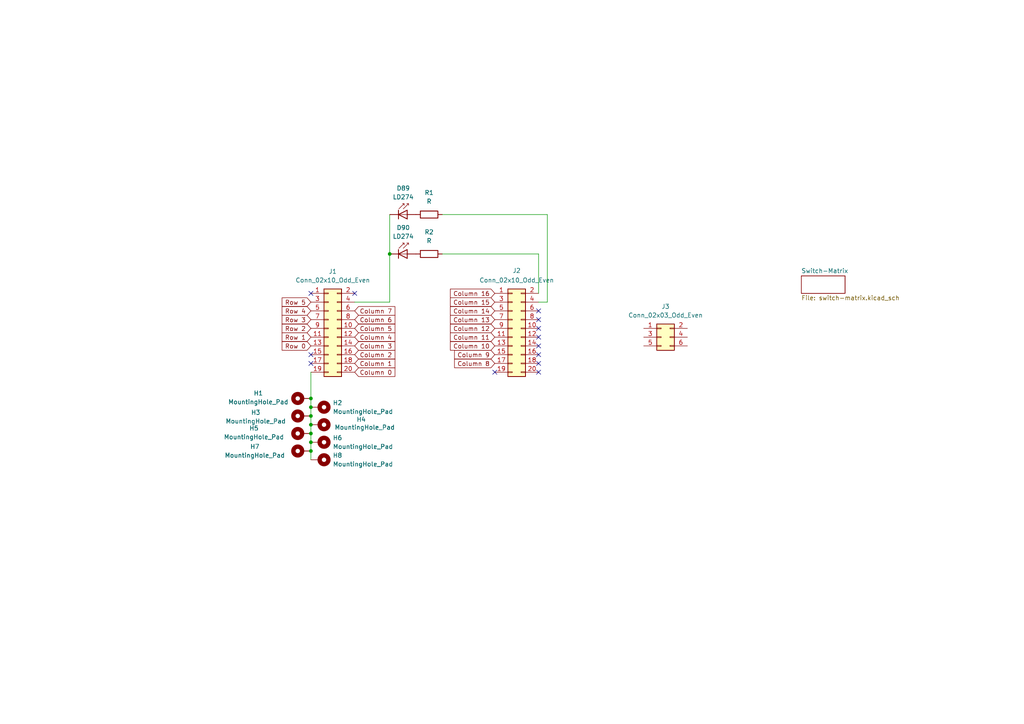
<source format=kicad_sch>
(kicad_sch (version 20231120) (generator "eeschema") (generator_version "8.0")
  (paper "A4")
  (lib_symbols
    (symbol "Connector_Generic:Conn_02x03_Odd_Even" (pin_names (offset 1.016) hide)
      (property "Reference" "J" (at 1.27 5.08 0))
      (property "Value" "Conn_02x03_Odd_Even" (at 1.27 -5.08 0))
      (symbol "Conn_02x03_Odd_Even_1_1"
        (rectangle (start -1.27 -2.413) (end 0 -2.667) (stroke (width 0.1524)))
        (rectangle (start -1.27 0.127) (end 0 -0.127) (stroke (width 0.1524)))
        (rectangle (start -1.27 2.667) (end 0 2.413) (stroke (width 0.1524)))
        (rectangle (start -1.27 3.81) (end 3.81 -3.81) (stroke (width 0.254)) (fill (type background)))
        (rectangle (start 3.81 -2.413) (end 2.54 -2.667) (stroke (width 0.1524)))
        (rectangle (start 3.81 0.127) (end 2.54 -0.127) (stroke (width 0.1524)))
        (rectangle (start 3.81 2.667) (end 2.54 2.413) (stroke (width 0.1524)))
        (pin passive line (at -5.08 2.54 0) (length 3.81) (name "Pin_1") (number "1"))
        (pin passive line (at 7.62 2.54 180) (length 3.81) (name "Pin_2") (number "2"))
        (pin passive line (at -5.08 0 0) (length 3.81) (name "Pin_3") (number "3"))
        (pin passive line (at 7.62 0 180) (length 3.81) (name "Pin_4") (number "4"))
        (pin passive line (at -5.08 -2.54 0) (length 3.81) (name "Pin_5") (number "5"))
        (pin passive line (at 7.62 -2.54 180) (length 3.81) (name "Pin_6") (number "6"))
      )
    )
    (symbol "Connector_Generic:Conn_02x10_Odd_Even" (pin_names (offset 1.016) hide)
      (property "Reference" "J" (at 1.27 12.7 0))
      (property "Value" "Conn_02x10_Odd_Even" (at 1.27 -15.24 0))
      (symbol "Conn_02x10_Odd_Even_1_1"
        (rectangle (start -1.27 -12.573) (end 0 -12.827) (stroke (width 0.1524)))
        (rectangle (start -1.27 -10.033) (end 0 -10.287) (stroke (width 0.1524)))
        (rectangle (start -1.27 -7.493) (end 0 -7.747) (stroke (width 0.1524)))
        (rectangle (start -1.27 -4.953) (end 0 -5.207) (stroke (width 0.1524)))
        (rectangle (start -1.27 -2.413) (end 0 -2.667) (stroke (width 0.1524)))
        (rectangle (start -1.27 0.127) (end 0 -0.127) (stroke (width 0.1524)))
        (rectangle (start -1.27 2.667) (end 0 2.413) (stroke (width 0.1524)))
        (rectangle (start -1.27 5.207) (end 0 4.953) (stroke (width 0.1524)))
        (rectangle (start -1.27 7.747) (end 0 7.493) (stroke (width 0.1524)))
        (rectangle (start -1.27 10.287) (end 0 10.033) (stroke (width 0.1524)))
        (rectangle (start -1.27 11.43) (end 3.81 -13.97) (stroke (width 0.254)) (fill (type background)))
        (rectangle (start 3.81 -12.573) (end 2.54 -12.827) (stroke (width 0.1524)))
        (rectangle (start 3.81 -10.033) (end 2.54 -10.287) (stroke (width 0.1524)))
        (rectangle (start 3.81 -7.493) (end 2.54 -7.747) (stroke (width 0.1524)))
        (rectangle (start 3.81 -4.953) (end 2.54 -5.207) (stroke (width 0.1524)))
        (rectangle (start 3.81 -2.413) (end 2.54 -2.667) (stroke (width 0.1524)))
        (rectangle (start 3.81 0.127) (end 2.54 -0.127) (stroke (width 0.1524)))
        (rectangle (start 3.81 2.667) (end 2.54 2.413) (stroke (width 0.1524)))
        (rectangle (start 3.81 5.207) (end 2.54 4.953) (stroke (width 0.1524)))
        (rectangle (start 3.81 7.747) (end 2.54 7.493) (stroke (width 0.1524)))
        (rectangle (start 3.81 10.287) (end 2.54 10.033) (stroke (width 0.1524)))
        (pin passive line (at -5.08 10.16 0) (length 3.81) (name "Pin_1") (number "1"))
        (pin passive line (at 7.62 0 180) (length 3.81) (name "Pin_10") (number "10"))
        (pin passive line (at -5.08 -2.54 0) (length 3.81) (name "Pin_11") (number "11"))
        (pin passive line (at 7.62 -2.54 180) (length 3.81) (name "Pin_12") (number "12"))
        (pin passive line (at -5.08 -5.08 0) (length 3.81) (name "Pin_13") (number "13"))
        (pin passive line (at 7.62 -5.08 180) (length 3.81) (name "Pin_14") (number "14"))
        (pin passive line (at -5.08 -7.62 0) (length 3.81) (name "Pin_15") (number "15"))
        (pin passive line (at 7.62 -7.62 180) (length 3.81) (name "Pin_16") (number "16"))
        (pin passive line (at -5.08 -10.16 0) (length 3.81) (name "Pin_17") (number "17"))
        (pin passive line (at 7.62 -10.16 180) (length 3.81) (name "Pin_18") (number "18"))
        (pin passive line (at -5.08 -12.7 0) (length 3.81) (name "Pin_19") (number "19"))
        (pin passive line (at 7.62 10.16 180) (length 3.81) (name "Pin_2") (number "2"))
        (pin passive line (at 7.62 -12.7 180) (length 3.81) (name "Pin_20") (number "20"))
        (pin passive line (at -5.08 7.62 0) (length 3.81) (name "Pin_3") (number "3"))
        (pin passive line (at 7.62 7.62 180) (length 3.81) (name "Pin_4") (number "4"))
        (pin passive line (at -5.08 5.08 0) (length 3.81) (name "Pin_5") (number "5"))
        (pin passive line (at 7.62 5.08 180) (length 3.81) (name "Pin_6") (number "6"))
        (pin passive line (at -5.08 2.54 0) (length 3.81) (name "Pin_7") (number "7"))
        (pin passive line (at 7.62 2.54 180) (length 3.81) (name "Pin_8") (number "8"))
        (pin passive line (at -5.08 0 0) (length 3.81) (name "Pin_9") (number "9"))
      )
    )
    (symbol "Device:R" (pin_numbers hide) (pin_names (offset 0))
      (property "Reference" "R" (at 2.032 0 90))
      (property "Value" "R" (at 0 0 90))
      (symbol "R_0_1"
        (rectangle (start -1.016 -2.54) (end 1.016 2.54) (stroke (width 0.254)))
      )
      (symbol "R_1_1"
        (pin passive line (at 0 3.81 270) (length 1.27) (name "~") (number "1"))
        (pin passive line (at 0 -3.81 90) (length 1.27) (name "~") (number "2"))
      )
    )
    (symbol "LED:LD274" (pin_numbers hide) (pin_names (offset 1.016) hide)
      (property "Reference" "D" (at 0.508 1.778 0))
      (property "Value" "LD274" (at -1.016 -2.794 0))
      (symbol "LD274_0_1"
        (polyline (pts (xy -2.54 1.27) (xy -2.54 -1.27)) (stroke (width 0.254)))
        (polyline (pts (xy 0 0) (xy -2.54 0)))
        (polyline (pts (xy 0.381 3.175) (xy -0.127 3.175)))
        (polyline (pts (xy -1.143 1.651) (xy 0.381 3.175) (xy 0.381 2.667)))
        (polyline (pts (xy 0 -1.27) (xy -2.54 0) (xy 0 1.27) (xy 0 -1.27)) (stroke (width 0.254)))
        (polyline (pts (xy -2.413 1.651) (xy -0.889 3.175) (xy -0.889 2.667) (xy -0.889 3.175) (xy -1.397 3.175)))
      )
      (symbol "LD274_1_1"
        (pin passive line (at -5.08 0 0) (length 2.54) (name "K") (number "1"))
        (pin passive line (at 2.54 0 180) (length 2.54) (name "A") (number "2"))
      )
    )
    (symbol "Mechanical:MountingHole_Pad" (pin_numbers hide) (pin_names (offset 1.016) hide) (exclude_from_sim yes) (in_bom no)
      (property "Reference" "H" (at 0 6.35 0))
      (property "Value" "MountingHole_Pad" (at 0 4.445 0))
      (symbol "MountingHole_Pad_0_1"
        (circle (center 0 1.27) (radius 1.27) (stroke (width 1.27)))
      )
      (symbol "MountingHole_Pad_1_1"
        (pin input line (at 0 -2.54 90) (length 2.54) (name "1") (number "1"))
      )
    )
  )
  (junction (at 90.17 128.27))
  (junction (at 90.17 115.57))
  (junction (at 113.03 73.66))
  (junction (at 90.17 120.65))
  (junction (at 90.17 123.19))
  (junction (at 90.17 118.11))
  (junction (at 90.17 125.73))
  (junction (at 90.17 130.81))
  (no_connect (at 90.17 85.09))
  (no_connect (at 102.87 85.09))
  (no_connect (at 156.21 97.79))
  (no_connect (at 156.21 90.17))
  (no_connect (at 156.21 100.33))
  (no_connect (at 156.21 92.71))
  (no_connect (at 156.21 95.25))
  (no_connect (at 90.17 105.41))
  (no_connect (at 156.21 107.95))
  (no_connect (at 156.21 102.87))
  (no_connect (at 156.21 105.41))
  (no_connect (at 90.17 102.87))
  (no_connect (at 143.51 107.95))
  (wire (pts (xy 156.21 73.66) (xy 156.21 85.09)))
  (wire (pts (xy 113.03 87.63) (xy 113.03 73.66)))
  (wire (pts (xy 90.17 128.27) (xy 90.17 130.81)))
  (wire (pts (xy 156.21 87.63) (xy 158.75 87.63)))
  (wire (pts (xy 90.17 123.19) (xy 90.17 125.73)))
  (wire (pts (xy 158.75 62.23) (xy 128.27 62.23)))
  (wire (pts (xy 90.17 120.65) (xy 90.17 123.19)))
  (wire (pts (xy 102.87 87.63) (xy 113.03 87.63)))
  (wire (pts (xy 156.21 73.66) (xy 128.27 73.66)))
  (wire (pts (xy 90.17 107.95) (xy 90.17 115.57)))
  (wire (pts (xy 90.17 125.73) (xy 90.17 128.27)))
  (wire (pts (xy 90.17 130.81) (xy 90.17 133.35)))
  (wire (pts (xy 90.17 115.57) (xy 90.17 118.11)))
  (wire (pts (xy 158.75 62.23) (xy 158.75 87.63)))
  (wire (pts (xy 113.03 62.23) (xy 113.03 73.66)))
  (wire (pts (xy 90.17 118.11) (xy 90.17 120.65)))
  (global_label "Column 1" (shape input) (at 102.87 105.41 0) (property "Intersheetrefs" "${INTERSHEET_REFS}" (effects (hide yes))))
  (global_label "Column 11" (shape input) (at 143.51 97.79 180) (property "Intersheetrefs" "${INTERSHEET_REFS}" (effects (hide yes))))
  (global_label "Row 3" (shape input) (at 90.17 92.71 180) (property "Intersheetrefs" "${INTERSHEET_REFS}" (effects (hide yes))))
  (global_label "Column 14" (shape input) (at 143.51 90.17 180) (property "Intersheetrefs" "${INTERSHEET_REFS}" (effects (hide yes))))
  (global_label "Column 16" (shape input) (at 143.51 85.09 180) (property "Intersheetrefs" "${INTERSHEET_REFS}" (effects (hide yes))))
  (global_label "Column 5" (shape input) (at 102.87 95.25 0) (property "Intersheetrefs" "${INTERSHEET_REFS}" (effects (hide yes))))
  (global_label "Column 6" (shape input) (at 102.87 92.71 0) (property "Intersheetrefs" "${INTERSHEET_REFS}" (effects (hide yes))))
  (global_label "Column 4" (shape input) (at 102.87 97.79 0) (property "Intersheetrefs" "${INTERSHEET_REFS}" (effects (hide yes))))
  (global_label "Column 3" (shape input) (at 102.87 100.33 0) (property "Intersheetrefs" "${INTERSHEET_REFS}" (effects (hide yes))))
  (global_label "Column 0" (shape input) (at 102.87 107.95 0) (property "Intersheetrefs" "${INTERSHEET_REFS}" (effects (hide yes))))
  (global_label "Column 15" (shape input) (at 143.51 87.63 180) (property "Intersheetrefs" "${INTERSHEET_REFS}" (effects (hide yes))))
  (global_label "Column 13" (shape input) (at 143.51 92.71 180) (property "Intersheetrefs" "${INTERSHEET_REFS}" (effects (hide yes))))
  (global_label "Column 9" (shape input) (at 143.51 102.87 180) (property "Intersheetrefs" "${INTERSHEET_REFS}" (effects (hide yes))))
  (global_label "Row 2" (shape input) (at 90.17 95.25 180) (property "Intersheetrefs" "${INTERSHEET_REFS}" (effects (hide yes))))
  (global_label "Column 10" (shape input) (at 143.51 100.33 180) (property "Intersheetrefs" "${INTERSHEET_REFS}" (effects (hide yes))))
  (global_label "Row 5" (shape input) (at 90.17 87.63 180) (property "Intersheetrefs" "${INTERSHEET_REFS}" (effects (hide yes))))
  (global_label "Column 12" (shape input) (at 143.51 95.25 180) (property "Intersheetrefs" "${INTERSHEET_REFS}" (effects (hide yes))))
  (global_label "Column 7" (shape input) (at 102.87 90.17 0) (property "Intersheetrefs" "${INTERSHEET_REFS}" (effects (hide yes))))
  (global_label "Column 2" (shape input) (at 102.87 102.87 0) (property "Intersheetrefs" "${INTERSHEET_REFS}" (effects (hide yes))))
  (global_label "Row 1" (shape input) (at 90.17 97.79 180) (property "Intersheetrefs" "${INTERSHEET_REFS}" (effects (hide yes))))
  (global_label "Column 8" (shape input) (at 143.51 105.41 180) (property "Intersheetrefs" "${INTERSHEET_REFS}" (effects (hide yes))))
  (global_label "Row 0" (shape input) (at 90.17 100.33 180) (property "Intersheetrefs" "${INTERSHEET_REFS}" (effects (hide yes))))
  (global_label "Row 4" (shape input) (at 90.17 90.17 180) (property "Intersheetrefs" "${INTERSHEET_REFS}" (effects (hide yes))))
  (symbol (lib_id "Mechanical:MountingHole_Pad") (at 92.71 123.19 270) (unit 1) (exclude_from_sim yes) (in_bom no)
    (property "Reference" "H4" (at 103.378 121.666 90) (effects (justify left)))
    (property "Value" "MountingHole_Pad" (at 97.028 123.9519 90) (effects (justify left)))
    (property "Footprint" "MountingHole:MountingHole_3.2mm_M3_Pad_Via" (effects (hide yes)))
    (property "Description" "Mounting Hole with connection" (effects (hide yes)))
  )
  (symbol (lib_id "Mechanical:MountingHole_Pad") (at 87.63 125.73 90) (unit 1) (exclude_from_sim yes) (in_bom no)
    (property "Reference" "H5" (at 73.66 124.206 90))
    (property "Value" "MountingHole_Pad" (at 73.66 126.746 90))
    (property "Footprint" "MountingHole:MountingHole_3.2mm_M3_Pad_Via" (effects (hide yes)))
    (property "Description" "Mounting Hole with connection" (effects (hide yes)))
  )
  (symbol (lib_id "Connector_Generic:Conn_02x10_Odd_Even") (at 95.25 95.25 0) (unit 1)
    (property "Reference" "J1" (at 96.52 78.74 0))
    (property "Value" "Conn_02x10_Odd_Even" (at 96.52 81.28 0))
    (property "Footprint" "Connector_PinHeader_2.54mm:PinHeader_2x10_P2.54mm_Vertical" (effects (hide yes)))
    (property "Description" "Generic connector, double row, 02x10, odd/even pin numbering scheme (row 1 odd numbers, row 2 even numbers), script generated (kicad-library-utils/schlib/autogen/connector/)" (effects (hide yes)))
  )
  (symbol (lib_id "Mechanical:MountingHole_Pad") (at 87.63 120.65 90) (unit 1) (exclude_from_sim yes) (in_bom no)
    (property "Reference" "H3" (at 74.168 119.634 90))
    (property "Value" "MountingHole_Pad" (at 74.168 122.174 90))
    (property "Footprint" "MountingHole:MountingHole_3.2mm_M3_Pad_Via" (effects (hide yes)))
    (property "Description" "Mounting Hole with connection" (effects (hide yes)))
  )
  (symbol (lib_id "Mechanical:MountingHole_Pad") (at 92.71 118.11 270) (unit 1) (exclude_from_sim yes) (in_bom no)
    (property "Reference" "H2" (at 96.52 116.8399 90) (effects (justify left)))
    (property "Value" "MountingHole_Pad" (at 96.52 119.3799 90) (effects (justify left)))
    (property "Footprint" "MountingHole:MountingHole_3.2mm_M3_Pad_Via" (effects (hide yes)))
    (property "Description" "Mounting Hole with connection" (effects (hide yes)))
  )
  (symbol (lib_id "Connector_Generic:Conn_02x03_Odd_Even") (at 191.77 97.79 0) (unit 1)
    (property "Reference" "J3" (at 193.04 88.9 0))
    (property "Value" "Conn_02x03_Odd_Even" (at 193.04 91.44 0))
    (property "Footprint" "Connector_PinHeader_2.54mm:PinHeader_2x03_P2.54mm_Horizontal" (effects (hide yes)))
    (property "Description" "Generic connector, double row, 02x03, odd/even pin numbering scheme (row 1 odd numbers, row 2 even numbers), script generated (kicad-library-utils/schlib/autogen/connector/)" (effects (hide yes)))
  )
  (symbol (lib_id "Device:R") (at 124.46 62.23 90) (unit 1)
    (property "Reference" "R1" (at 124.46 55.88 90))
    (property "Value" "R" (at 124.46 58.42 90))
    (property "Footprint" "Resistor_THT:R_Axial_DIN0207_L6.3mm_D2.5mm_P10.16mm_Horizontal" (effects (hide yes)))
    (property "Description" "Resistor" (effects (hide yes)))
  )
  (symbol (lib_id "Mechanical:MountingHole_Pad") (at 92.71 133.35 270) (unit 1) (exclude_from_sim yes) (in_bom no)
    (property "Reference" "H8" (at 96.52 132.0799 90) (effects (justify left)))
    (property "Value" "MountingHole_Pad" (at 96.52 134.6199 90) (effects (justify left)))
    (property "Footprint" "MountingHole:MountingHole_3.2mm_M3_Pad_Via" (effects (hide yes)))
    (property "Description" "Mounting Hole with connection" (effects (hide yes)))
  )
  (symbol (lib_id "Connector_Generic:Conn_02x10_Odd_Even") (at 148.59 95.25 0) (unit 1)
    (property "Reference" "J2" (at 149.86 78.486 0))
    (property "Value" "Conn_02x10_Odd_Even" (at 149.86 81.28 0))
    (property "Footprint" "Connector_PinHeader_2.54mm:PinHeader_2x10_P2.54mm_Vertical" (effects (hide yes)))
    (property "Description" "Generic connector, double row, 02x10, odd/even pin numbering scheme (row 1 odd numbers, row 2 even numbers), script generated (kicad-library-utils/schlib/autogen/connector/)" (effects (hide yes)))
  )
  (symbol (lib_id "Device:R") (at 124.46 73.66 90) (unit 1)
    (property "Reference" "R2" (at 124.46 67.31 90))
    (property "Value" "R" (at 124.46 69.85 90))
    (property "Footprint" "Resistor_THT:R_Axial_DIN0207_L6.3mm_D2.5mm_P10.16mm_Horizontal" (effects (hide yes)))
    (property "Description" "Resistor" (effects (hide yes)))
  )
  (symbol (lib_id "LED:LD274") (at 118.11 73.66 0) (unit 1)
    (property "Reference" "D90" (at 116.967 66.04 0))
    (property "Value" "LD274" (at 116.967 68.58 0))
    (property "Footprint" "LED_THT:LED_D5.0mm_IRGrey" (effects (hide yes)))
    (property "Datasheet" "http://pdf.datasheetcatalog.com/datasheet/siemens/LD274.pdf" (effects (hide yes)))
    (property "Description" "950nm IR-LED, 5mm" (effects (hide yes)))
  )
  (symbol (lib_id "Mechanical:MountingHole_Pad") (at 92.71 128.27 270) (unit 1) (exclude_from_sim yes) (in_bom no)
    (property "Reference" "H6" (at 96.52 126.9999 90) (effects (justify left)))
    (property "Value" "MountingHole_Pad" (at 96.52 129.5399 90) (effects (justify left)))
    (property "Footprint" "MountingHole:MountingHole_3.2mm_M3_Pad_Via" (effects (hide yes)))
    (property "Description" "Mounting Hole with connection" (effects (hide yes)))
  )
  (symbol (lib_id "Mechanical:MountingHole_Pad") (at 87.63 115.57 90) (unit 1) (exclude_from_sim yes) (in_bom no)
    (property "Reference" "H1" (at 74.93 114.046 90))
    (property "Value" "MountingHole_Pad" (at 74.93 116.586 90))
    (property "Footprint" "MountingHole:MountingHole_3.2mm_M3_Pad_Via" (effects (hide yes)))
    (property "Description" "Mounting Hole with connection" (effects (hide yes)))
  )
  (symbol (lib_id "LED:LD274") (at 118.11 62.23 0) (unit 1)
    (property "Reference" "D89" (at 116.967 54.61 0))
    (property "Value" "LD274" (at 116.967 57.15 0))
    (property "Footprint" "LED_THT:LED_D5.0mm_IRGrey" (effects (hide yes)))
    (property "Datasheet" "http://pdf.datasheetcatalog.com/datasheet/siemens/LD274.pdf" (effects (hide yes)))
    (property "Description" "950nm IR-LED, 5mm" (effects (hide yes)))
  )
  (symbol (lib_id "Mechanical:MountingHole_Pad") (at 87.63 130.81 90) (unit 1) (exclude_from_sim yes) (in_bom no)
    (property "Reference" "H7" (at 73.914 129.54 90))
    (property "Value" "MountingHole_Pad" (at 73.914 132.08 90))
    (property "Footprint" "MountingHole:MountingHole_3.2mm_M3_Pad_Via" (effects (hide yes)))
    (property "Description" "Mounting Hole with connection" (effects (hide yes)))
  )
  (sheet (at 232.41 80.01) (size 12.7 5.08) (stroke (width 0.1524))
    (property "Sheetname" "Switch-Matrix" (at 232.41 79.2984 0) (effects (justify left bottom)))
    (property "Sheetfile" "switch-matrix.kicad_sch" (at 232.41 85.6746 0) (effects (justify left top)))
  )
)
</source>
